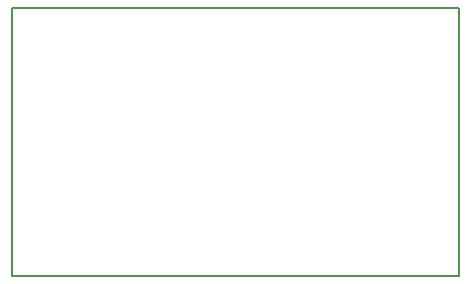
<source format=gm1>
G04 #@! TF.FileFunction,Profile,NP*
%FSLAX46Y46*%
G04 Gerber Fmt 4.6, Leading zero omitted, Abs format (unit mm)*
G04 Created by KiCad (PCBNEW 0.201602050916+6538~42~ubuntu15.10.1-product) date Fri 05 Feb 2016 02:43:43 PM EST*
%MOMM*%
G01*
G04 APERTURE LIST*
%ADD10C,0.100000*%
%ADD11C,0.150000*%
G04 APERTURE END LIST*
D10*
D11*
X129286000Y-109474000D02*
X129286000Y-86741000D01*
X167132000Y-109474000D02*
X129286000Y-109474000D01*
X167132000Y-86741000D02*
X167132000Y-109474000D01*
X129286000Y-86741000D02*
X167132000Y-86741000D01*
M02*

</source>
